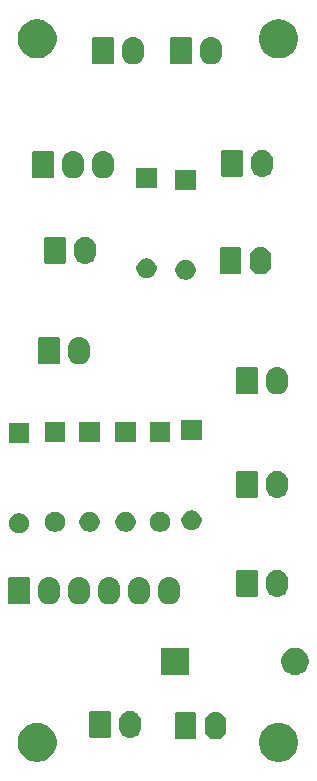
<source format=gbr>
G04 #@! TF.GenerationSoftware,KiCad,Pcbnew,(5.1.5-0-10_14)*
G04 #@! TF.CreationDate,2021-04-18T14:49:03+10:00*
G04 #@! TF.ProjectId,OH - Right Console - 12 -  Canopy Switch Breakers,4f48202d-2052-4696-9768-7420436f6e73,rev?*
G04 #@! TF.SameCoordinates,Original*
G04 #@! TF.FileFunction,Soldermask,Bot*
G04 #@! TF.FilePolarity,Negative*
%FSLAX46Y46*%
G04 Gerber Fmt 4.6, Leading zero omitted, Abs format (unit mm)*
G04 Created by KiCad (PCBNEW (5.1.5-0-10_14)) date 2021-04-18 14:49:03*
%MOMM*%
%LPD*%
G04 APERTURE LIST*
%ADD10C,0.100000*%
G04 APERTURE END LIST*
D10*
G36*
X111373256Y-150156298D02*
G01*
X111479579Y-150177447D01*
X111780042Y-150301903D01*
X112050451Y-150482585D01*
X112280415Y-150712549D01*
X112280416Y-150712551D01*
X112461098Y-150982960D01*
X112462008Y-150985157D01*
X112585553Y-151283421D01*
X112649000Y-151602391D01*
X112649000Y-151927609D01*
X112585553Y-152246579D01*
X112461097Y-152547042D01*
X112280415Y-152817451D01*
X112050451Y-153047415D01*
X111780042Y-153228097D01*
X111479579Y-153352553D01*
X111373256Y-153373702D01*
X111160611Y-153416000D01*
X110835389Y-153416000D01*
X110622744Y-153373702D01*
X110516421Y-153352553D01*
X110215958Y-153228097D01*
X109945549Y-153047415D01*
X109715585Y-152817451D01*
X109534903Y-152547042D01*
X109410447Y-152246579D01*
X109347000Y-151927609D01*
X109347000Y-151602391D01*
X109410447Y-151283421D01*
X109533992Y-150985157D01*
X109534902Y-150982960D01*
X109715584Y-150712551D01*
X109715585Y-150712549D01*
X109945549Y-150482585D01*
X110215958Y-150301903D01*
X110516421Y-150177447D01*
X110622744Y-150156298D01*
X110835389Y-150114000D01*
X111160611Y-150114000D01*
X111373256Y-150156298D01*
G37*
G36*
X90926256Y-150156298D02*
G01*
X91032579Y-150177447D01*
X91333042Y-150301903D01*
X91603451Y-150482585D01*
X91833415Y-150712549D01*
X91833416Y-150712551D01*
X92014098Y-150982960D01*
X92015008Y-150985157D01*
X92138553Y-151283421D01*
X92202000Y-151602391D01*
X92202000Y-151927609D01*
X92138553Y-152246579D01*
X92014097Y-152547042D01*
X91833415Y-152817451D01*
X91603451Y-153047415D01*
X91333042Y-153228097D01*
X91032579Y-153352553D01*
X90926256Y-153373702D01*
X90713611Y-153416000D01*
X90388389Y-153416000D01*
X90175744Y-153373702D01*
X90069421Y-153352553D01*
X89768958Y-153228097D01*
X89498549Y-153047415D01*
X89268585Y-152817451D01*
X89087903Y-152547042D01*
X88963447Y-152246579D01*
X88900000Y-151927609D01*
X88900000Y-151602391D01*
X88963447Y-151283421D01*
X89086992Y-150985157D01*
X89087902Y-150982960D01*
X89268584Y-150712551D01*
X89268585Y-150712549D01*
X89498549Y-150482585D01*
X89768958Y-150301903D01*
X90069421Y-150177447D01*
X90175744Y-150156298D01*
X90388389Y-150114000D01*
X90713611Y-150114000D01*
X90926256Y-150156298D01*
G37*
G36*
X105844547Y-149230326D02*
G01*
X106018156Y-149282990D01*
X106018158Y-149282991D01*
X106178155Y-149368511D01*
X106318397Y-149483603D01*
X106397729Y-149580271D01*
X106433489Y-149623844D01*
X106519010Y-149783843D01*
X106571674Y-149957452D01*
X106585000Y-150092756D01*
X106585000Y-150643243D01*
X106571674Y-150778548D01*
X106519010Y-150952157D01*
X106433489Y-151112156D01*
X106397729Y-151155729D01*
X106318397Y-151252397D01*
X106242741Y-151314485D01*
X106178156Y-151367489D01*
X106018157Y-151453010D01*
X105844548Y-151505674D01*
X105664000Y-151523456D01*
X105483453Y-151505674D01*
X105309844Y-151453010D01*
X105149845Y-151367489D01*
X105085260Y-151314485D01*
X105009604Y-151252397D01*
X104894513Y-151112157D01*
X104894512Y-151112155D01*
X104808990Y-150952157D01*
X104756326Y-150778548D01*
X104743818Y-150651546D01*
X104743000Y-150643245D01*
X104743000Y-150092756D01*
X104755508Y-149965756D01*
X104756326Y-149957453D01*
X104808990Y-149783844D01*
X104894511Y-149623845D01*
X104894512Y-149623844D01*
X105009603Y-149483603D01*
X105135388Y-149380375D01*
X105149844Y-149368511D01*
X105309843Y-149282990D01*
X105483452Y-149230326D01*
X105664000Y-149212544D01*
X105844547Y-149230326D01*
G37*
G36*
X103903561Y-149220966D02*
G01*
X103936383Y-149230923D01*
X103966632Y-149247092D01*
X103993148Y-149268852D01*
X104014908Y-149295368D01*
X104031077Y-149325617D01*
X104041034Y-149358439D01*
X104045000Y-149398713D01*
X104045000Y-151337287D01*
X104041034Y-151377561D01*
X104031077Y-151410383D01*
X104014908Y-151440632D01*
X103993148Y-151467148D01*
X103966632Y-151488908D01*
X103936383Y-151505077D01*
X103903561Y-151515034D01*
X103863287Y-151519000D01*
X102384713Y-151519000D01*
X102344439Y-151515034D01*
X102311617Y-151505077D01*
X102281368Y-151488908D01*
X102254852Y-151467148D01*
X102233092Y-151440632D01*
X102216923Y-151410383D01*
X102206966Y-151377561D01*
X102203000Y-151337287D01*
X102203000Y-149398713D01*
X102206966Y-149358439D01*
X102216923Y-149325617D01*
X102233092Y-149295368D01*
X102254852Y-149268852D01*
X102281368Y-149247092D01*
X102311617Y-149230923D01*
X102344439Y-149220966D01*
X102384713Y-149217000D01*
X103863287Y-149217000D01*
X103903561Y-149220966D01*
G37*
G36*
X98605547Y-149103326D02*
G01*
X98779156Y-149155990D01*
X98779158Y-149155991D01*
X98939155Y-149241511D01*
X99079397Y-149356603D01*
X99139650Y-149430023D01*
X99194489Y-149496844D01*
X99280010Y-149656843D01*
X99332674Y-149830452D01*
X99332674Y-149830454D01*
X99345183Y-149957455D01*
X99346000Y-149965756D01*
X99346000Y-150516243D01*
X99332674Y-150651548D01*
X99280010Y-150825157D01*
X99194489Y-150985156D01*
X99158729Y-151028729D01*
X99079397Y-151125397D01*
X98982729Y-151204729D01*
X98939156Y-151240489D01*
X98779157Y-151326010D01*
X98605548Y-151378674D01*
X98425000Y-151396456D01*
X98244453Y-151378674D01*
X98070844Y-151326010D01*
X97910845Y-151240489D01*
X97867272Y-151204729D01*
X97770604Y-151125397D01*
X97655513Y-150985157D01*
X97655512Y-150985155D01*
X97569990Y-150825157D01*
X97517326Y-150651548D01*
X97504000Y-150516244D01*
X97504000Y-149965757D01*
X97517326Y-149830453D01*
X97569990Y-149656844D01*
X97655511Y-149496845D01*
X97655512Y-149496844D01*
X97770603Y-149356603D01*
X97877529Y-149268852D01*
X97910844Y-149241511D01*
X98070843Y-149155990D01*
X98244452Y-149103326D01*
X98425000Y-149085544D01*
X98605547Y-149103326D01*
G37*
G36*
X96664561Y-149093966D02*
G01*
X96697383Y-149103923D01*
X96727632Y-149120092D01*
X96754148Y-149141852D01*
X96775908Y-149168368D01*
X96792077Y-149198617D01*
X96802034Y-149231439D01*
X96806000Y-149271713D01*
X96806000Y-151210287D01*
X96802034Y-151250561D01*
X96792077Y-151283383D01*
X96775908Y-151313632D01*
X96754148Y-151340148D01*
X96727632Y-151361908D01*
X96697383Y-151378077D01*
X96664561Y-151388034D01*
X96624287Y-151392000D01*
X95145713Y-151392000D01*
X95105439Y-151388034D01*
X95072617Y-151378077D01*
X95042368Y-151361908D01*
X95015852Y-151340148D01*
X94994092Y-151313632D01*
X94977923Y-151283383D01*
X94967966Y-151250561D01*
X94964000Y-151210287D01*
X94964000Y-149271713D01*
X94967966Y-149231439D01*
X94977923Y-149198617D01*
X94994092Y-149168368D01*
X95015852Y-149141852D01*
X95042368Y-149120092D01*
X95072617Y-149103923D01*
X95105439Y-149093966D01*
X95145713Y-149090000D01*
X96624287Y-149090000D01*
X96664561Y-149093966D01*
G37*
G36*
X112619549Y-143778116D02*
G01*
X112730734Y-143800232D01*
X112940203Y-143886997D01*
X113128720Y-144012960D01*
X113289040Y-144173280D01*
X113415003Y-144361797D01*
X113501768Y-144571266D01*
X113546000Y-144793636D01*
X113546000Y-145020364D01*
X113501768Y-145242734D01*
X113415003Y-145452203D01*
X113289040Y-145640720D01*
X113128720Y-145801040D01*
X112940203Y-145927003D01*
X112730734Y-146013768D01*
X112619549Y-146035884D01*
X112508365Y-146058000D01*
X112281635Y-146058000D01*
X112170451Y-146035884D01*
X112059266Y-146013768D01*
X111849797Y-145927003D01*
X111661280Y-145801040D01*
X111500960Y-145640720D01*
X111374997Y-145452203D01*
X111288232Y-145242734D01*
X111244000Y-145020364D01*
X111244000Y-144793636D01*
X111288232Y-144571266D01*
X111374997Y-144361797D01*
X111500960Y-144173280D01*
X111661280Y-144012960D01*
X111849797Y-143886997D01*
X112059266Y-143800232D01*
X112170451Y-143778116D01*
X112281635Y-143756000D01*
X112508365Y-143756000D01*
X112619549Y-143778116D01*
G37*
G36*
X103386000Y-146058000D02*
G01*
X101084000Y-146058000D01*
X101084000Y-143756000D01*
X103386000Y-143756000D01*
X103386000Y-146058000D01*
G37*
G36*
X91747547Y-137800326D02*
G01*
X91921156Y-137852990D01*
X91921158Y-137852991D01*
X92081155Y-137938511D01*
X92221397Y-138053603D01*
X92300729Y-138150271D01*
X92336489Y-138193844D01*
X92422010Y-138353843D01*
X92474674Y-138527452D01*
X92488000Y-138662756D01*
X92488000Y-139213243D01*
X92474674Y-139348548D01*
X92422010Y-139522157D01*
X92336489Y-139682156D01*
X92300729Y-139725729D01*
X92221397Y-139822397D01*
X92124729Y-139901729D01*
X92081156Y-139937489D01*
X91921157Y-140023010D01*
X91747548Y-140075674D01*
X91567000Y-140093456D01*
X91386453Y-140075674D01*
X91212844Y-140023010D01*
X91052845Y-139937489D01*
X91009272Y-139901729D01*
X90912604Y-139822397D01*
X90797513Y-139682157D01*
X90797512Y-139682155D01*
X90711990Y-139522157D01*
X90659326Y-139348548D01*
X90646000Y-139213244D01*
X90646000Y-138662757D01*
X90659326Y-138527453D01*
X90711990Y-138353844D01*
X90797511Y-138193845D01*
X90797512Y-138193844D01*
X90912603Y-138053603D01*
X91038388Y-137950375D01*
X91052844Y-137938511D01*
X91212843Y-137852990D01*
X91386452Y-137800326D01*
X91567000Y-137782544D01*
X91747547Y-137800326D01*
G37*
G36*
X94287547Y-137800326D02*
G01*
X94461156Y-137852990D01*
X94461158Y-137852991D01*
X94621155Y-137938511D01*
X94761397Y-138053603D01*
X94840729Y-138150271D01*
X94876489Y-138193844D01*
X94962010Y-138353843D01*
X95014674Y-138527452D01*
X95028000Y-138662756D01*
X95028000Y-139213243D01*
X95014674Y-139348548D01*
X94962010Y-139522157D01*
X94876489Y-139682156D01*
X94840729Y-139725729D01*
X94761397Y-139822397D01*
X94664729Y-139901729D01*
X94621156Y-139937489D01*
X94461157Y-140023010D01*
X94287548Y-140075674D01*
X94107000Y-140093456D01*
X93926453Y-140075674D01*
X93752844Y-140023010D01*
X93592845Y-139937489D01*
X93549272Y-139901729D01*
X93452604Y-139822397D01*
X93337513Y-139682157D01*
X93337512Y-139682155D01*
X93251990Y-139522157D01*
X93199326Y-139348548D01*
X93186000Y-139213244D01*
X93186000Y-138662757D01*
X93199326Y-138527453D01*
X93251990Y-138353844D01*
X93337511Y-138193845D01*
X93337512Y-138193844D01*
X93452603Y-138053603D01*
X93578388Y-137950375D01*
X93592844Y-137938511D01*
X93752843Y-137852990D01*
X93926452Y-137800326D01*
X94107000Y-137782544D01*
X94287547Y-137800326D01*
G37*
G36*
X96827547Y-137800326D02*
G01*
X97001156Y-137852990D01*
X97001158Y-137852991D01*
X97161155Y-137938511D01*
X97301397Y-138053603D01*
X97380729Y-138150271D01*
X97416489Y-138193844D01*
X97502010Y-138353843D01*
X97554674Y-138527452D01*
X97568000Y-138662756D01*
X97568000Y-139213243D01*
X97554674Y-139348548D01*
X97502010Y-139522157D01*
X97416489Y-139682156D01*
X97380729Y-139725729D01*
X97301397Y-139822397D01*
X97204729Y-139901729D01*
X97161156Y-139937489D01*
X97001157Y-140023010D01*
X96827548Y-140075674D01*
X96647000Y-140093456D01*
X96466453Y-140075674D01*
X96292844Y-140023010D01*
X96132845Y-139937489D01*
X96089272Y-139901729D01*
X95992604Y-139822397D01*
X95877513Y-139682157D01*
X95877512Y-139682155D01*
X95791990Y-139522157D01*
X95739326Y-139348548D01*
X95726000Y-139213244D01*
X95726000Y-138662757D01*
X95739326Y-138527453D01*
X95791990Y-138353844D01*
X95877511Y-138193845D01*
X95877512Y-138193844D01*
X95992603Y-138053603D01*
X96118388Y-137950375D01*
X96132844Y-137938511D01*
X96292843Y-137852990D01*
X96466452Y-137800326D01*
X96647000Y-137782544D01*
X96827547Y-137800326D01*
G37*
G36*
X99367547Y-137800326D02*
G01*
X99541156Y-137852990D01*
X99541158Y-137852991D01*
X99701155Y-137938511D01*
X99841397Y-138053603D01*
X99920729Y-138150271D01*
X99956489Y-138193844D01*
X100042010Y-138353843D01*
X100094674Y-138527452D01*
X100108000Y-138662756D01*
X100108000Y-139213243D01*
X100094674Y-139348548D01*
X100042010Y-139522157D01*
X99956489Y-139682156D01*
X99920729Y-139725729D01*
X99841397Y-139822397D01*
X99744729Y-139901729D01*
X99701156Y-139937489D01*
X99541157Y-140023010D01*
X99367548Y-140075674D01*
X99187000Y-140093456D01*
X99006453Y-140075674D01*
X98832844Y-140023010D01*
X98672845Y-139937489D01*
X98629272Y-139901729D01*
X98532604Y-139822397D01*
X98417513Y-139682157D01*
X98417512Y-139682155D01*
X98331990Y-139522157D01*
X98279326Y-139348548D01*
X98266000Y-139213244D01*
X98266000Y-138662757D01*
X98279326Y-138527453D01*
X98331990Y-138353844D01*
X98417511Y-138193845D01*
X98417512Y-138193844D01*
X98532603Y-138053603D01*
X98658388Y-137950375D01*
X98672844Y-137938511D01*
X98832843Y-137852990D01*
X99006452Y-137800326D01*
X99187000Y-137782544D01*
X99367547Y-137800326D01*
G37*
G36*
X101907547Y-137800326D02*
G01*
X102081156Y-137852990D01*
X102081158Y-137852991D01*
X102241155Y-137938511D01*
X102381397Y-138053603D01*
X102460729Y-138150271D01*
X102496489Y-138193844D01*
X102582010Y-138353843D01*
X102634674Y-138527452D01*
X102648000Y-138662756D01*
X102648000Y-139213243D01*
X102634674Y-139348548D01*
X102582010Y-139522157D01*
X102496489Y-139682156D01*
X102460729Y-139725729D01*
X102381397Y-139822397D01*
X102284729Y-139901729D01*
X102241156Y-139937489D01*
X102081157Y-140023010D01*
X101907548Y-140075674D01*
X101727000Y-140093456D01*
X101546453Y-140075674D01*
X101372844Y-140023010D01*
X101212845Y-139937489D01*
X101169272Y-139901729D01*
X101072604Y-139822397D01*
X100957513Y-139682157D01*
X100957512Y-139682155D01*
X100871990Y-139522157D01*
X100819326Y-139348548D01*
X100806000Y-139213244D01*
X100806000Y-138662757D01*
X100819326Y-138527453D01*
X100871990Y-138353844D01*
X100957511Y-138193845D01*
X100957512Y-138193844D01*
X101072603Y-138053603D01*
X101198388Y-137950375D01*
X101212844Y-137938511D01*
X101372843Y-137852990D01*
X101546452Y-137800326D01*
X101727000Y-137782544D01*
X101907547Y-137800326D01*
G37*
G36*
X89806561Y-137790966D02*
G01*
X89839383Y-137800923D01*
X89869632Y-137817092D01*
X89896148Y-137838852D01*
X89917908Y-137865368D01*
X89934077Y-137895617D01*
X89944034Y-137928439D01*
X89948000Y-137968713D01*
X89948000Y-139907287D01*
X89944034Y-139947561D01*
X89934077Y-139980383D01*
X89917908Y-140010632D01*
X89896148Y-140037148D01*
X89869632Y-140058908D01*
X89839383Y-140075077D01*
X89806561Y-140085034D01*
X89766287Y-140089000D01*
X88287713Y-140089000D01*
X88247439Y-140085034D01*
X88214617Y-140075077D01*
X88184368Y-140058908D01*
X88157852Y-140037148D01*
X88136092Y-140010632D01*
X88119923Y-139980383D01*
X88109966Y-139947561D01*
X88106000Y-139907287D01*
X88106000Y-137968713D01*
X88109966Y-137928439D01*
X88119923Y-137895617D01*
X88136092Y-137865368D01*
X88157852Y-137838852D01*
X88184368Y-137817092D01*
X88214617Y-137800923D01*
X88247439Y-137790966D01*
X88287713Y-137787000D01*
X89766287Y-137787000D01*
X89806561Y-137790966D01*
G37*
G36*
X111051547Y-137165326D02*
G01*
X111225156Y-137217990D01*
X111225158Y-137217991D01*
X111385155Y-137303511D01*
X111525397Y-137418603D01*
X111604729Y-137515271D01*
X111640489Y-137558844D01*
X111726010Y-137718843D01*
X111778674Y-137892452D01*
X111792000Y-138027756D01*
X111792000Y-138578243D01*
X111778674Y-138713548D01*
X111726010Y-138887157D01*
X111640489Y-139047156D01*
X111604729Y-139090729D01*
X111525397Y-139187397D01*
X111428729Y-139266729D01*
X111385156Y-139302489D01*
X111225157Y-139388010D01*
X111051548Y-139440674D01*
X110871000Y-139458456D01*
X110690453Y-139440674D01*
X110516844Y-139388010D01*
X110356845Y-139302489D01*
X110313272Y-139266729D01*
X110216604Y-139187397D01*
X110101513Y-139047157D01*
X110101512Y-139047155D01*
X110015990Y-138887157D01*
X109963326Y-138713548D01*
X109950000Y-138578244D01*
X109950000Y-138027757D01*
X109952732Y-138000023D01*
X109962128Y-137904620D01*
X109963326Y-137892453D01*
X110015990Y-137718844D01*
X110101511Y-137558845D01*
X110101512Y-137558844D01*
X110216603Y-137418603D01*
X110342388Y-137315375D01*
X110356844Y-137303511D01*
X110516843Y-137217990D01*
X110690452Y-137165326D01*
X110871000Y-137147544D01*
X111051547Y-137165326D01*
G37*
G36*
X109110561Y-137155966D02*
G01*
X109143383Y-137165923D01*
X109173632Y-137182092D01*
X109200148Y-137203852D01*
X109221908Y-137230368D01*
X109238077Y-137260617D01*
X109248034Y-137293439D01*
X109252000Y-137333713D01*
X109252000Y-139272287D01*
X109248034Y-139312561D01*
X109238077Y-139345383D01*
X109221908Y-139375632D01*
X109200148Y-139402148D01*
X109173632Y-139423908D01*
X109143383Y-139440077D01*
X109110561Y-139450034D01*
X109070287Y-139454000D01*
X107591713Y-139454000D01*
X107551439Y-139450034D01*
X107518617Y-139440077D01*
X107488368Y-139423908D01*
X107461852Y-139402148D01*
X107440092Y-139375632D01*
X107423923Y-139345383D01*
X107413966Y-139312561D01*
X107410000Y-139272287D01*
X107410000Y-137333713D01*
X107413966Y-137293439D01*
X107423923Y-137260617D01*
X107440092Y-137230368D01*
X107461852Y-137203852D01*
X107488368Y-137182092D01*
X107518617Y-137165923D01*
X107551439Y-137155966D01*
X107591713Y-137152000D01*
X109070287Y-137152000D01*
X109110561Y-137155966D01*
G37*
G36*
X89275228Y-132404703D02*
G01*
X89430100Y-132468853D01*
X89569481Y-132561985D01*
X89688015Y-132680519D01*
X89781147Y-132819900D01*
X89845297Y-132974772D01*
X89878000Y-133139184D01*
X89878000Y-133306816D01*
X89845297Y-133471228D01*
X89781147Y-133626100D01*
X89688015Y-133765481D01*
X89569481Y-133884015D01*
X89430100Y-133977147D01*
X89275228Y-134041297D01*
X89110816Y-134074000D01*
X88943184Y-134074000D01*
X88778772Y-134041297D01*
X88623900Y-133977147D01*
X88484519Y-133884015D01*
X88365985Y-133765481D01*
X88272853Y-133626100D01*
X88208703Y-133471228D01*
X88176000Y-133306816D01*
X88176000Y-133139184D01*
X88208703Y-132974772D01*
X88272853Y-132819900D01*
X88365985Y-132680519D01*
X88484519Y-132561985D01*
X88623900Y-132468853D01*
X88778772Y-132404703D01*
X88943184Y-132372000D01*
X89110816Y-132372000D01*
X89275228Y-132404703D01*
G37*
G36*
X95244228Y-132277703D02*
G01*
X95399100Y-132341853D01*
X95538481Y-132434985D01*
X95657015Y-132553519D01*
X95750147Y-132692900D01*
X95814297Y-132847772D01*
X95847000Y-133012184D01*
X95847000Y-133179816D01*
X95814297Y-133344228D01*
X95750147Y-133499100D01*
X95657015Y-133638481D01*
X95538481Y-133757015D01*
X95399100Y-133850147D01*
X95244228Y-133914297D01*
X95079816Y-133947000D01*
X94912184Y-133947000D01*
X94747772Y-133914297D01*
X94592900Y-133850147D01*
X94453519Y-133757015D01*
X94334985Y-133638481D01*
X94241853Y-133499100D01*
X94177703Y-133344228D01*
X94145000Y-133179816D01*
X94145000Y-133012184D01*
X94177703Y-132847772D01*
X94241853Y-132692900D01*
X94334985Y-132553519D01*
X94453519Y-132434985D01*
X94592900Y-132341853D01*
X94747772Y-132277703D01*
X94912184Y-132245000D01*
X95079816Y-132245000D01*
X95244228Y-132277703D01*
G37*
G36*
X101213228Y-132277703D02*
G01*
X101368100Y-132341853D01*
X101507481Y-132434985D01*
X101626015Y-132553519D01*
X101719147Y-132692900D01*
X101783297Y-132847772D01*
X101816000Y-133012184D01*
X101816000Y-133179816D01*
X101783297Y-133344228D01*
X101719147Y-133499100D01*
X101626015Y-133638481D01*
X101507481Y-133757015D01*
X101368100Y-133850147D01*
X101213228Y-133914297D01*
X101048816Y-133947000D01*
X100881184Y-133947000D01*
X100716772Y-133914297D01*
X100561900Y-133850147D01*
X100422519Y-133757015D01*
X100303985Y-133638481D01*
X100210853Y-133499100D01*
X100146703Y-133344228D01*
X100114000Y-133179816D01*
X100114000Y-133012184D01*
X100146703Y-132847772D01*
X100210853Y-132692900D01*
X100303985Y-132553519D01*
X100422519Y-132434985D01*
X100561900Y-132341853D01*
X100716772Y-132277703D01*
X100881184Y-132245000D01*
X101048816Y-132245000D01*
X101213228Y-132277703D01*
G37*
G36*
X98292228Y-132277703D02*
G01*
X98447100Y-132341853D01*
X98586481Y-132434985D01*
X98705015Y-132553519D01*
X98798147Y-132692900D01*
X98862297Y-132847772D01*
X98895000Y-133012184D01*
X98895000Y-133179816D01*
X98862297Y-133344228D01*
X98798147Y-133499100D01*
X98705015Y-133638481D01*
X98586481Y-133757015D01*
X98447100Y-133850147D01*
X98292228Y-133914297D01*
X98127816Y-133947000D01*
X97960184Y-133947000D01*
X97795772Y-133914297D01*
X97640900Y-133850147D01*
X97501519Y-133757015D01*
X97382985Y-133638481D01*
X97289853Y-133499100D01*
X97225703Y-133344228D01*
X97193000Y-133179816D01*
X97193000Y-133012184D01*
X97225703Y-132847772D01*
X97289853Y-132692900D01*
X97382985Y-132553519D01*
X97501519Y-132434985D01*
X97640900Y-132341853D01*
X97795772Y-132277703D01*
X97960184Y-132245000D01*
X98127816Y-132245000D01*
X98292228Y-132277703D01*
G37*
G36*
X92323228Y-132277703D02*
G01*
X92478100Y-132341853D01*
X92617481Y-132434985D01*
X92736015Y-132553519D01*
X92829147Y-132692900D01*
X92893297Y-132847772D01*
X92926000Y-133012184D01*
X92926000Y-133179816D01*
X92893297Y-133344228D01*
X92829147Y-133499100D01*
X92736015Y-133638481D01*
X92617481Y-133757015D01*
X92478100Y-133850147D01*
X92323228Y-133914297D01*
X92158816Y-133947000D01*
X91991184Y-133947000D01*
X91826772Y-133914297D01*
X91671900Y-133850147D01*
X91532519Y-133757015D01*
X91413985Y-133638481D01*
X91320853Y-133499100D01*
X91256703Y-133344228D01*
X91224000Y-133179816D01*
X91224000Y-133012184D01*
X91256703Y-132847772D01*
X91320853Y-132692900D01*
X91413985Y-132553519D01*
X91532519Y-132434985D01*
X91671900Y-132341853D01*
X91826772Y-132277703D01*
X91991184Y-132245000D01*
X92158816Y-132245000D01*
X92323228Y-132277703D01*
G37*
G36*
X103880228Y-132150703D02*
G01*
X104035100Y-132214853D01*
X104174481Y-132307985D01*
X104293015Y-132426519D01*
X104386147Y-132565900D01*
X104450297Y-132720772D01*
X104483000Y-132885184D01*
X104483000Y-133052816D01*
X104450297Y-133217228D01*
X104386147Y-133372100D01*
X104293015Y-133511481D01*
X104174481Y-133630015D01*
X104035100Y-133723147D01*
X103880228Y-133787297D01*
X103715816Y-133820000D01*
X103548184Y-133820000D01*
X103383772Y-133787297D01*
X103228900Y-133723147D01*
X103089519Y-133630015D01*
X102970985Y-133511481D01*
X102877853Y-133372100D01*
X102813703Y-133217228D01*
X102781000Y-133052816D01*
X102781000Y-132885184D01*
X102813703Y-132720772D01*
X102877853Y-132565900D01*
X102970985Y-132426519D01*
X103089519Y-132307985D01*
X103228900Y-132214853D01*
X103383772Y-132150703D01*
X103548184Y-132118000D01*
X103715816Y-132118000D01*
X103880228Y-132150703D01*
G37*
G36*
X111051547Y-128783326D02*
G01*
X111225156Y-128835990D01*
X111225158Y-128835991D01*
X111385155Y-128921511D01*
X111525397Y-129036603D01*
X111604729Y-129133271D01*
X111640489Y-129176844D01*
X111726010Y-129336843D01*
X111778674Y-129510452D01*
X111792000Y-129645756D01*
X111792000Y-130196243D01*
X111778674Y-130331548D01*
X111726010Y-130505157D01*
X111640489Y-130665156D01*
X111604729Y-130708729D01*
X111525397Y-130805397D01*
X111428729Y-130884729D01*
X111385156Y-130920489D01*
X111225157Y-131006010D01*
X111051548Y-131058674D01*
X110871000Y-131076456D01*
X110690453Y-131058674D01*
X110516844Y-131006010D01*
X110356845Y-130920489D01*
X110313272Y-130884729D01*
X110216604Y-130805397D01*
X110101513Y-130665157D01*
X110101512Y-130665155D01*
X110015990Y-130505157D01*
X109963326Y-130331548D01*
X109950000Y-130196244D01*
X109950000Y-129645757D01*
X109963326Y-129510453D01*
X110015990Y-129336844D01*
X110101511Y-129176845D01*
X110101512Y-129176844D01*
X110216603Y-129036603D01*
X110342388Y-128933375D01*
X110356844Y-128921511D01*
X110516843Y-128835990D01*
X110690452Y-128783326D01*
X110871000Y-128765544D01*
X111051547Y-128783326D01*
G37*
G36*
X109110561Y-128773966D02*
G01*
X109143383Y-128783923D01*
X109173632Y-128800092D01*
X109200148Y-128821852D01*
X109221908Y-128848368D01*
X109238077Y-128878617D01*
X109248034Y-128911439D01*
X109252000Y-128951713D01*
X109252000Y-130890287D01*
X109248034Y-130930561D01*
X109238077Y-130963383D01*
X109221908Y-130993632D01*
X109200148Y-131020148D01*
X109173632Y-131041908D01*
X109143383Y-131058077D01*
X109110561Y-131068034D01*
X109070287Y-131072000D01*
X107591713Y-131072000D01*
X107551439Y-131068034D01*
X107518617Y-131058077D01*
X107488368Y-131041908D01*
X107461852Y-131020148D01*
X107440092Y-130993632D01*
X107423923Y-130963383D01*
X107413966Y-130930561D01*
X107410000Y-130890287D01*
X107410000Y-128951713D01*
X107413966Y-128911439D01*
X107423923Y-128878617D01*
X107440092Y-128848368D01*
X107461852Y-128821852D01*
X107488368Y-128800092D01*
X107518617Y-128783923D01*
X107551439Y-128773966D01*
X107591713Y-128770000D01*
X109070287Y-128770000D01*
X109110561Y-128773966D01*
G37*
G36*
X89878000Y-126454000D02*
G01*
X88176000Y-126454000D01*
X88176000Y-124752000D01*
X89878000Y-124752000D01*
X89878000Y-126454000D01*
G37*
G36*
X101816000Y-126327000D02*
G01*
X100114000Y-126327000D01*
X100114000Y-124625000D01*
X101816000Y-124625000D01*
X101816000Y-126327000D01*
G37*
G36*
X98895000Y-126327000D02*
G01*
X97193000Y-126327000D01*
X97193000Y-124625000D01*
X98895000Y-124625000D01*
X98895000Y-126327000D01*
G37*
G36*
X92926000Y-126327000D02*
G01*
X91224000Y-126327000D01*
X91224000Y-124625000D01*
X92926000Y-124625000D01*
X92926000Y-126327000D01*
G37*
G36*
X95847000Y-126327000D02*
G01*
X94145000Y-126327000D01*
X94145000Y-124625000D01*
X95847000Y-124625000D01*
X95847000Y-126327000D01*
G37*
G36*
X104483000Y-126200000D02*
G01*
X102781000Y-126200000D01*
X102781000Y-124498000D01*
X104483000Y-124498000D01*
X104483000Y-126200000D01*
G37*
G36*
X111051547Y-120020326D02*
G01*
X111225156Y-120072990D01*
X111225158Y-120072991D01*
X111385155Y-120158511D01*
X111525397Y-120273603D01*
X111604729Y-120370271D01*
X111640489Y-120413844D01*
X111726010Y-120573843D01*
X111778674Y-120747452D01*
X111792000Y-120882756D01*
X111792000Y-121433243D01*
X111778674Y-121568548D01*
X111726010Y-121742157D01*
X111640489Y-121902156D01*
X111604729Y-121945729D01*
X111525397Y-122042397D01*
X111428729Y-122121729D01*
X111385156Y-122157489D01*
X111225157Y-122243010D01*
X111051548Y-122295674D01*
X110871000Y-122313456D01*
X110690453Y-122295674D01*
X110516844Y-122243010D01*
X110356845Y-122157489D01*
X110313272Y-122121729D01*
X110216604Y-122042397D01*
X110101513Y-121902157D01*
X110101512Y-121902155D01*
X110015990Y-121742157D01*
X109963326Y-121568548D01*
X109950000Y-121433244D01*
X109950000Y-120882757D01*
X109963326Y-120747453D01*
X110015990Y-120573844D01*
X110101511Y-120413845D01*
X110101512Y-120413844D01*
X110216603Y-120273603D01*
X110342388Y-120170375D01*
X110356844Y-120158511D01*
X110516843Y-120072990D01*
X110690452Y-120020326D01*
X110871000Y-120002544D01*
X111051547Y-120020326D01*
G37*
G36*
X109110561Y-120010966D02*
G01*
X109143383Y-120020923D01*
X109173632Y-120037092D01*
X109200148Y-120058852D01*
X109221908Y-120085368D01*
X109238077Y-120115617D01*
X109248034Y-120148439D01*
X109252000Y-120188713D01*
X109252000Y-122127287D01*
X109248034Y-122167561D01*
X109238077Y-122200383D01*
X109221908Y-122230632D01*
X109200148Y-122257148D01*
X109173632Y-122278908D01*
X109143383Y-122295077D01*
X109110561Y-122305034D01*
X109070287Y-122309000D01*
X107591713Y-122309000D01*
X107551439Y-122305034D01*
X107518617Y-122295077D01*
X107488368Y-122278908D01*
X107461852Y-122257148D01*
X107440092Y-122230632D01*
X107423923Y-122200383D01*
X107413966Y-122167561D01*
X107410000Y-122127287D01*
X107410000Y-120188713D01*
X107413966Y-120148439D01*
X107423923Y-120115617D01*
X107440092Y-120085368D01*
X107461852Y-120058852D01*
X107488368Y-120037092D01*
X107518617Y-120020923D01*
X107551439Y-120010966D01*
X107591713Y-120007000D01*
X109070287Y-120007000D01*
X109110561Y-120010966D01*
G37*
G36*
X94287547Y-117480326D02*
G01*
X94461156Y-117532990D01*
X94461158Y-117532991D01*
X94621155Y-117618511D01*
X94761397Y-117733603D01*
X94840729Y-117830271D01*
X94876489Y-117873844D01*
X94962010Y-118033843D01*
X95014674Y-118207452D01*
X95028000Y-118342756D01*
X95028000Y-118893243D01*
X95014674Y-119028548D01*
X94962010Y-119202157D01*
X94876489Y-119362156D01*
X94840729Y-119405729D01*
X94761397Y-119502397D01*
X94664729Y-119581729D01*
X94621156Y-119617489D01*
X94461157Y-119703010D01*
X94287548Y-119755674D01*
X94107000Y-119773456D01*
X93926453Y-119755674D01*
X93752844Y-119703010D01*
X93592845Y-119617489D01*
X93549272Y-119581729D01*
X93452604Y-119502397D01*
X93337513Y-119362157D01*
X93337512Y-119362155D01*
X93251990Y-119202157D01*
X93199326Y-119028548D01*
X93186000Y-118893244D01*
X93186000Y-118342757D01*
X93199326Y-118207453D01*
X93251990Y-118033844D01*
X93337511Y-117873845D01*
X93337512Y-117873844D01*
X93452603Y-117733603D01*
X93578388Y-117630375D01*
X93592844Y-117618511D01*
X93752843Y-117532990D01*
X93926452Y-117480326D01*
X94107000Y-117462544D01*
X94287547Y-117480326D01*
G37*
G36*
X92346561Y-117470966D02*
G01*
X92379383Y-117480923D01*
X92409632Y-117497092D01*
X92436148Y-117518852D01*
X92457908Y-117545368D01*
X92474077Y-117575617D01*
X92484034Y-117608439D01*
X92488000Y-117648713D01*
X92488000Y-119587287D01*
X92484034Y-119627561D01*
X92474077Y-119660383D01*
X92457908Y-119690632D01*
X92436148Y-119717148D01*
X92409632Y-119738908D01*
X92379383Y-119755077D01*
X92346561Y-119765034D01*
X92306287Y-119769000D01*
X90827713Y-119769000D01*
X90787439Y-119765034D01*
X90754617Y-119755077D01*
X90724368Y-119738908D01*
X90697852Y-119717148D01*
X90676092Y-119690632D01*
X90659923Y-119660383D01*
X90649966Y-119627561D01*
X90646000Y-119587287D01*
X90646000Y-117648713D01*
X90649966Y-117608439D01*
X90659923Y-117575617D01*
X90676092Y-117545368D01*
X90697852Y-117518852D01*
X90724368Y-117497092D01*
X90754617Y-117480923D01*
X90787439Y-117470966D01*
X90827713Y-117467000D01*
X92306287Y-117467000D01*
X92346561Y-117470966D01*
G37*
G36*
X103372228Y-110941703D02*
G01*
X103527100Y-111005853D01*
X103666481Y-111098985D01*
X103785015Y-111217519D01*
X103878147Y-111356900D01*
X103942297Y-111511772D01*
X103975000Y-111676184D01*
X103975000Y-111843816D01*
X103942297Y-112008228D01*
X103878147Y-112163100D01*
X103785015Y-112302481D01*
X103666481Y-112421015D01*
X103527100Y-112514147D01*
X103372228Y-112578297D01*
X103207816Y-112611000D01*
X103040184Y-112611000D01*
X102875772Y-112578297D01*
X102720900Y-112514147D01*
X102581519Y-112421015D01*
X102462985Y-112302481D01*
X102369853Y-112163100D01*
X102305703Y-112008228D01*
X102273000Y-111843816D01*
X102273000Y-111676184D01*
X102305703Y-111511772D01*
X102369853Y-111356900D01*
X102462985Y-111217519D01*
X102581519Y-111098985D01*
X102720900Y-111005853D01*
X102875772Y-110941703D01*
X103040184Y-110909000D01*
X103207816Y-110909000D01*
X103372228Y-110941703D01*
G37*
G36*
X100070228Y-110814703D02*
G01*
X100225100Y-110878853D01*
X100364481Y-110971985D01*
X100483015Y-111090519D01*
X100576147Y-111229900D01*
X100640297Y-111384772D01*
X100673000Y-111549184D01*
X100673000Y-111716816D01*
X100640297Y-111881228D01*
X100576147Y-112036100D01*
X100483015Y-112175481D01*
X100364481Y-112294015D01*
X100225100Y-112387147D01*
X100070228Y-112451297D01*
X99905816Y-112484000D01*
X99738184Y-112484000D01*
X99573772Y-112451297D01*
X99418900Y-112387147D01*
X99279519Y-112294015D01*
X99160985Y-112175481D01*
X99067853Y-112036100D01*
X99003703Y-111881228D01*
X98971000Y-111716816D01*
X98971000Y-111549184D01*
X99003703Y-111384772D01*
X99067853Y-111229900D01*
X99160985Y-111090519D01*
X99279519Y-110971985D01*
X99418900Y-110878853D01*
X99573772Y-110814703D01*
X99738184Y-110782000D01*
X99905816Y-110782000D01*
X100070228Y-110814703D01*
G37*
G36*
X109654547Y-109860326D02*
G01*
X109828156Y-109912990D01*
X109828158Y-109912991D01*
X109988155Y-109998511D01*
X110128397Y-110113603D01*
X110207729Y-110210271D01*
X110243489Y-110253844D01*
X110329010Y-110413843D01*
X110381674Y-110587452D01*
X110395000Y-110722756D01*
X110395000Y-111273243D01*
X110381674Y-111408548D01*
X110329010Y-111582157D01*
X110243489Y-111742156D01*
X110207729Y-111785729D01*
X110128397Y-111882397D01*
X110031729Y-111961729D01*
X109988156Y-111997489D01*
X109828157Y-112083010D01*
X109654548Y-112135674D01*
X109474000Y-112153456D01*
X109293453Y-112135674D01*
X109119844Y-112083010D01*
X108959845Y-111997489D01*
X108916272Y-111961729D01*
X108819604Y-111882397D01*
X108704513Y-111742157D01*
X108704512Y-111742155D01*
X108618990Y-111582157D01*
X108566326Y-111408548D01*
X108553000Y-111273244D01*
X108553000Y-110722757D01*
X108566326Y-110587453D01*
X108618990Y-110413844D01*
X108704511Y-110253845D01*
X108704512Y-110253844D01*
X108819603Y-110113603D01*
X108945388Y-110010375D01*
X108959844Y-109998511D01*
X109119843Y-109912990D01*
X109293452Y-109860326D01*
X109474000Y-109842544D01*
X109654547Y-109860326D01*
G37*
G36*
X107713561Y-109850966D02*
G01*
X107746383Y-109860923D01*
X107776632Y-109877092D01*
X107803148Y-109898852D01*
X107824908Y-109925368D01*
X107841077Y-109955617D01*
X107851034Y-109988439D01*
X107855000Y-110028713D01*
X107855000Y-111967287D01*
X107851034Y-112007561D01*
X107841077Y-112040383D01*
X107824908Y-112070632D01*
X107803148Y-112097148D01*
X107776632Y-112118908D01*
X107746383Y-112135077D01*
X107713561Y-112145034D01*
X107673287Y-112149000D01*
X106194713Y-112149000D01*
X106154439Y-112145034D01*
X106121617Y-112135077D01*
X106091368Y-112118908D01*
X106064852Y-112097148D01*
X106043092Y-112070632D01*
X106026923Y-112040383D01*
X106016966Y-112007561D01*
X106013000Y-111967287D01*
X106013000Y-110028713D01*
X106016966Y-109988439D01*
X106026923Y-109955617D01*
X106043092Y-109925368D01*
X106064852Y-109898852D01*
X106091368Y-109877092D01*
X106121617Y-109860923D01*
X106154439Y-109850966D01*
X106194713Y-109847000D01*
X107673287Y-109847000D01*
X107713561Y-109850966D01*
G37*
G36*
X94795547Y-108971326D02*
G01*
X94969156Y-109023990D01*
X94969158Y-109023991D01*
X95129155Y-109109511D01*
X95269397Y-109224603D01*
X95348729Y-109321271D01*
X95384489Y-109364844D01*
X95470010Y-109524843D01*
X95522674Y-109698452D01*
X95536000Y-109833756D01*
X95536000Y-110384243D01*
X95522674Y-110519548D01*
X95470010Y-110693157D01*
X95384489Y-110853156D01*
X95348729Y-110896729D01*
X95269397Y-110993397D01*
X95172729Y-111072729D01*
X95129156Y-111108489D01*
X94969157Y-111194010D01*
X94795548Y-111246674D01*
X94615000Y-111264456D01*
X94434453Y-111246674D01*
X94260844Y-111194010D01*
X94100845Y-111108489D01*
X94057272Y-111072729D01*
X93960604Y-110993397D01*
X93845513Y-110853157D01*
X93845512Y-110853155D01*
X93759990Y-110693157D01*
X93707326Y-110519548D01*
X93694000Y-110384244D01*
X93694000Y-109833757D01*
X93707326Y-109698453D01*
X93759990Y-109524844D01*
X93845511Y-109364845D01*
X93845512Y-109364844D01*
X93960603Y-109224603D01*
X94086388Y-109121375D01*
X94100844Y-109109511D01*
X94260843Y-109023990D01*
X94434452Y-108971326D01*
X94615000Y-108953544D01*
X94795547Y-108971326D01*
G37*
G36*
X92854561Y-108961966D02*
G01*
X92887383Y-108971923D01*
X92917632Y-108988092D01*
X92944148Y-109009852D01*
X92965908Y-109036368D01*
X92982077Y-109066617D01*
X92992034Y-109099439D01*
X92996000Y-109139713D01*
X92996000Y-111078287D01*
X92992034Y-111118561D01*
X92982077Y-111151383D01*
X92965908Y-111181632D01*
X92944148Y-111208148D01*
X92917632Y-111229908D01*
X92887383Y-111246077D01*
X92854561Y-111256034D01*
X92814287Y-111260000D01*
X91335713Y-111260000D01*
X91295439Y-111256034D01*
X91262617Y-111246077D01*
X91232368Y-111229908D01*
X91205852Y-111208148D01*
X91184092Y-111181632D01*
X91167923Y-111151383D01*
X91157966Y-111118561D01*
X91154000Y-111078287D01*
X91154000Y-109139713D01*
X91157966Y-109099439D01*
X91167923Y-109066617D01*
X91184092Y-109036368D01*
X91205852Y-109009852D01*
X91232368Y-108988092D01*
X91262617Y-108971923D01*
X91295439Y-108961966D01*
X91335713Y-108958000D01*
X92814287Y-108958000D01*
X92854561Y-108961966D01*
G37*
G36*
X103975000Y-104991000D02*
G01*
X102273000Y-104991000D01*
X102273000Y-103289000D01*
X103975000Y-103289000D01*
X103975000Y-104991000D01*
G37*
G36*
X100673000Y-104864000D02*
G01*
X98971000Y-104864000D01*
X98971000Y-103162000D01*
X100673000Y-103162000D01*
X100673000Y-104864000D01*
G37*
G36*
X96319547Y-101732326D02*
G01*
X96493156Y-101784990D01*
X96493158Y-101784991D01*
X96653155Y-101870511D01*
X96793397Y-101985603D01*
X96872729Y-102082271D01*
X96908489Y-102125844D01*
X96994010Y-102285843D01*
X97046674Y-102459452D01*
X97060000Y-102594756D01*
X97060000Y-103145243D01*
X97046674Y-103280548D01*
X96994010Y-103454157D01*
X96908489Y-103614156D01*
X96872729Y-103657729D01*
X96793397Y-103754397D01*
X96717741Y-103816485D01*
X96653156Y-103869489D01*
X96493157Y-103955010D01*
X96319548Y-104007674D01*
X96139000Y-104025456D01*
X95958453Y-104007674D01*
X95784844Y-103955010D01*
X95624845Y-103869489D01*
X95560260Y-103816485D01*
X95484604Y-103754397D01*
X95369513Y-103614157D01*
X95369512Y-103614155D01*
X95283990Y-103454157D01*
X95231326Y-103280548D01*
X95218818Y-103153546D01*
X95218000Y-103145245D01*
X95218000Y-102594756D01*
X95230508Y-102467756D01*
X95231326Y-102459453D01*
X95283990Y-102285844D01*
X95369511Y-102125845D01*
X95369512Y-102125844D01*
X95484603Y-101985603D01*
X95610388Y-101882375D01*
X95624844Y-101870511D01*
X95784843Y-101784990D01*
X95958452Y-101732326D01*
X96139000Y-101714544D01*
X96319547Y-101732326D01*
G37*
G36*
X93779547Y-101732326D02*
G01*
X93953156Y-101784990D01*
X93953158Y-101784991D01*
X94113155Y-101870511D01*
X94253397Y-101985603D01*
X94332729Y-102082271D01*
X94368489Y-102125844D01*
X94454010Y-102285843D01*
X94506674Y-102459452D01*
X94520000Y-102594756D01*
X94520000Y-103145243D01*
X94506674Y-103280548D01*
X94454010Y-103454157D01*
X94368489Y-103614156D01*
X94332729Y-103657729D01*
X94253397Y-103754397D01*
X94177741Y-103816485D01*
X94113156Y-103869489D01*
X93953157Y-103955010D01*
X93779548Y-104007674D01*
X93599000Y-104025456D01*
X93418453Y-104007674D01*
X93244844Y-103955010D01*
X93084845Y-103869489D01*
X93020260Y-103816485D01*
X92944604Y-103754397D01*
X92829513Y-103614157D01*
X92829512Y-103614155D01*
X92743990Y-103454157D01*
X92691326Y-103280548D01*
X92678818Y-103153546D01*
X92678000Y-103145245D01*
X92678000Y-102594756D01*
X92690508Y-102467756D01*
X92691326Y-102459453D01*
X92743990Y-102285844D01*
X92829511Y-102125845D01*
X92829512Y-102125844D01*
X92944603Y-101985603D01*
X93070388Y-101882375D01*
X93084844Y-101870511D01*
X93244843Y-101784990D01*
X93418452Y-101732326D01*
X93599000Y-101714544D01*
X93779547Y-101732326D01*
G37*
G36*
X91838561Y-101722966D02*
G01*
X91871383Y-101732923D01*
X91901632Y-101749092D01*
X91928148Y-101770852D01*
X91949908Y-101797368D01*
X91966077Y-101827617D01*
X91976034Y-101860439D01*
X91980000Y-101900713D01*
X91980000Y-103839287D01*
X91976034Y-103879561D01*
X91966077Y-103912383D01*
X91949908Y-103942632D01*
X91928148Y-103969148D01*
X91901632Y-103990908D01*
X91871383Y-104007077D01*
X91838561Y-104017034D01*
X91798287Y-104021000D01*
X90319713Y-104021000D01*
X90279439Y-104017034D01*
X90246617Y-104007077D01*
X90216368Y-103990908D01*
X90189852Y-103969148D01*
X90168092Y-103942632D01*
X90151923Y-103912383D01*
X90141966Y-103879561D01*
X90138000Y-103839287D01*
X90138000Y-101900713D01*
X90141966Y-101860439D01*
X90151923Y-101827617D01*
X90168092Y-101797368D01*
X90189852Y-101770852D01*
X90216368Y-101749092D01*
X90246617Y-101732923D01*
X90279439Y-101722966D01*
X90319713Y-101719000D01*
X91798287Y-101719000D01*
X91838561Y-101722966D01*
G37*
G36*
X109781547Y-101605326D02*
G01*
X109955156Y-101657990D01*
X109955158Y-101657991D01*
X110115155Y-101743511D01*
X110255397Y-101858603D01*
X110315650Y-101932023D01*
X110370489Y-101998844D01*
X110456010Y-102158843D01*
X110508674Y-102332452D01*
X110508674Y-102332454D01*
X110521183Y-102459455D01*
X110522000Y-102467756D01*
X110522000Y-103018243D01*
X110508674Y-103153548D01*
X110456010Y-103327157D01*
X110370489Y-103487156D01*
X110334729Y-103530729D01*
X110255397Y-103627397D01*
X110158729Y-103706729D01*
X110115156Y-103742489D01*
X109955157Y-103828010D01*
X109781548Y-103880674D01*
X109601000Y-103898456D01*
X109420453Y-103880674D01*
X109246844Y-103828010D01*
X109086845Y-103742489D01*
X109043272Y-103706729D01*
X108946604Y-103627397D01*
X108831513Y-103487157D01*
X108831512Y-103487155D01*
X108745990Y-103327157D01*
X108693326Y-103153548D01*
X108680000Y-103018244D01*
X108680000Y-102467757D01*
X108693326Y-102332453D01*
X108745990Y-102158844D01*
X108831511Y-101998845D01*
X108831512Y-101998844D01*
X108946603Y-101858603D01*
X109053529Y-101770852D01*
X109086844Y-101743511D01*
X109246843Y-101657990D01*
X109420452Y-101605326D01*
X109601000Y-101587544D01*
X109781547Y-101605326D01*
G37*
G36*
X107840561Y-101595966D02*
G01*
X107873383Y-101605923D01*
X107903632Y-101622092D01*
X107930148Y-101643852D01*
X107951908Y-101670368D01*
X107968077Y-101700617D01*
X107978034Y-101733439D01*
X107982000Y-101773713D01*
X107982000Y-103712287D01*
X107978034Y-103752561D01*
X107968077Y-103785383D01*
X107951908Y-103815632D01*
X107930148Y-103842148D01*
X107903632Y-103863908D01*
X107873383Y-103880077D01*
X107840561Y-103890034D01*
X107800287Y-103894000D01*
X106321713Y-103894000D01*
X106281439Y-103890034D01*
X106248617Y-103880077D01*
X106218368Y-103863908D01*
X106191852Y-103842148D01*
X106170092Y-103815632D01*
X106153923Y-103785383D01*
X106143966Y-103752561D01*
X106140000Y-103712287D01*
X106140000Y-101773713D01*
X106143966Y-101733439D01*
X106153923Y-101700617D01*
X106170092Y-101670368D01*
X106191852Y-101643852D01*
X106218368Y-101622092D01*
X106248617Y-101605923D01*
X106281439Y-101595966D01*
X106321713Y-101592000D01*
X107800287Y-101592000D01*
X107840561Y-101595966D01*
G37*
G36*
X105463547Y-92080326D02*
G01*
X105637156Y-92132990D01*
X105637158Y-92132991D01*
X105797155Y-92218511D01*
X105937397Y-92333603D01*
X106016729Y-92430271D01*
X106052489Y-92473844D01*
X106138010Y-92633843D01*
X106190674Y-92807452D01*
X106204000Y-92942756D01*
X106204000Y-93493243D01*
X106190674Y-93628548D01*
X106138010Y-93802157D01*
X106052489Y-93962156D01*
X106016729Y-94005729D01*
X105937397Y-94102397D01*
X105840729Y-94181729D01*
X105797156Y-94217489D01*
X105637157Y-94303010D01*
X105463548Y-94355674D01*
X105283000Y-94373456D01*
X105102453Y-94355674D01*
X104928844Y-94303010D01*
X104768845Y-94217489D01*
X104725272Y-94181729D01*
X104628604Y-94102397D01*
X104513513Y-93962157D01*
X104513512Y-93962155D01*
X104427990Y-93802157D01*
X104375326Y-93628548D01*
X104362000Y-93493244D01*
X104362000Y-92942757D01*
X104375326Y-92807453D01*
X104427990Y-92633844D01*
X104513511Y-92473845D01*
X104513512Y-92473844D01*
X104628603Y-92333603D01*
X104754388Y-92230375D01*
X104768844Y-92218511D01*
X104928843Y-92132990D01*
X105102452Y-92080326D01*
X105283000Y-92062544D01*
X105463547Y-92080326D01*
G37*
G36*
X98859547Y-92080326D02*
G01*
X99033156Y-92132990D01*
X99033158Y-92132991D01*
X99193155Y-92218511D01*
X99333397Y-92333603D01*
X99412729Y-92430271D01*
X99448489Y-92473844D01*
X99534010Y-92633843D01*
X99586674Y-92807452D01*
X99600000Y-92942756D01*
X99600000Y-93493243D01*
X99586674Y-93628548D01*
X99534010Y-93802157D01*
X99448489Y-93962156D01*
X99412729Y-94005729D01*
X99333397Y-94102397D01*
X99236729Y-94181729D01*
X99193156Y-94217489D01*
X99033157Y-94303010D01*
X98859548Y-94355674D01*
X98679000Y-94373456D01*
X98498453Y-94355674D01*
X98324844Y-94303010D01*
X98164845Y-94217489D01*
X98121272Y-94181729D01*
X98024604Y-94102397D01*
X97909513Y-93962157D01*
X97909512Y-93962155D01*
X97823990Y-93802157D01*
X97771326Y-93628548D01*
X97758000Y-93493244D01*
X97758000Y-92942757D01*
X97771326Y-92807453D01*
X97823990Y-92633844D01*
X97909511Y-92473845D01*
X97909512Y-92473844D01*
X98024603Y-92333603D01*
X98150388Y-92230375D01*
X98164844Y-92218511D01*
X98324843Y-92132990D01*
X98498452Y-92080326D01*
X98679000Y-92062544D01*
X98859547Y-92080326D01*
G37*
G36*
X103522561Y-92070966D02*
G01*
X103555383Y-92080923D01*
X103585632Y-92097092D01*
X103612148Y-92118852D01*
X103633908Y-92145368D01*
X103650077Y-92175617D01*
X103660034Y-92208439D01*
X103664000Y-92248713D01*
X103664000Y-94187287D01*
X103660034Y-94227561D01*
X103650077Y-94260383D01*
X103633908Y-94290632D01*
X103612148Y-94317148D01*
X103585632Y-94338908D01*
X103555383Y-94355077D01*
X103522561Y-94365034D01*
X103482287Y-94369000D01*
X102003713Y-94369000D01*
X101963439Y-94365034D01*
X101930617Y-94355077D01*
X101900368Y-94338908D01*
X101873852Y-94317148D01*
X101852092Y-94290632D01*
X101835923Y-94260383D01*
X101825966Y-94227561D01*
X101822000Y-94187287D01*
X101822000Y-92248713D01*
X101825966Y-92208439D01*
X101835923Y-92175617D01*
X101852092Y-92145368D01*
X101873852Y-92118852D01*
X101900368Y-92097092D01*
X101930617Y-92080923D01*
X101963439Y-92070966D01*
X102003713Y-92067000D01*
X103482287Y-92067000D01*
X103522561Y-92070966D01*
G37*
G36*
X96918561Y-92070966D02*
G01*
X96951383Y-92080923D01*
X96981632Y-92097092D01*
X97008148Y-92118852D01*
X97029908Y-92145368D01*
X97046077Y-92175617D01*
X97056034Y-92208439D01*
X97060000Y-92248713D01*
X97060000Y-94187287D01*
X97056034Y-94227561D01*
X97046077Y-94260383D01*
X97029908Y-94290632D01*
X97008148Y-94317148D01*
X96981632Y-94338908D01*
X96951383Y-94355077D01*
X96918561Y-94365034D01*
X96878287Y-94369000D01*
X95399713Y-94369000D01*
X95359439Y-94365034D01*
X95326617Y-94355077D01*
X95296368Y-94338908D01*
X95269852Y-94317148D01*
X95248092Y-94290632D01*
X95231923Y-94260383D01*
X95221966Y-94227561D01*
X95218000Y-94187287D01*
X95218000Y-92248713D01*
X95221966Y-92208439D01*
X95231923Y-92175617D01*
X95248092Y-92145368D01*
X95269852Y-92118852D01*
X95296368Y-92097092D01*
X95326617Y-92080923D01*
X95359439Y-92070966D01*
X95399713Y-92067000D01*
X96878287Y-92067000D01*
X96918561Y-92070966D01*
G37*
G36*
X111373256Y-90593298D02*
G01*
X111479579Y-90614447D01*
X111780042Y-90738903D01*
X112050451Y-90919585D01*
X112280415Y-91149549D01*
X112461097Y-91419958D01*
X112585553Y-91720421D01*
X112649000Y-92039391D01*
X112649000Y-92364609D01*
X112585553Y-92683579D01*
X112461097Y-92984042D01*
X112280415Y-93254451D01*
X112050451Y-93484415D01*
X111780042Y-93665097D01*
X111479579Y-93789553D01*
X111416214Y-93802157D01*
X111160611Y-93853000D01*
X110835389Y-93853000D01*
X110579786Y-93802157D01*
X110516421Y-93789553D01*
X110215958Y-93665097D01*
X109945549Y-93484415D01*
X109715585Y-93254451D01*
X109534903Y-92984042D01*
X109410447Y-92683579D01*
X109347000Y-92364609D01*
X109347000Y-92039391D01*
X109410447Y-91720421D01*
X109534903Y-91419958D01*
X109715585Y-91149549D01*
X109945549Y-90919585D01*
X110215958Y-90738903D01*
X110516421Y-90614447D01*
X110622744Y-90593298D01*
X110835389Y-90551000D01*
X111160611Y-90551000D01*
X111373256Y-90593298D01*
G37*
G36*
X90926256Y-90593298D02*
G01*
X91032579Y-90614447D01*
X91333042Y-90738903D01*
X91603451Y-90919585D01*
X91833415Y-91149549D01*
X92014097Y-91419958D01*
X92138553Y-91720421D01*
X92202000Y-92039391D01*
X92202000Y-92364609D01*
X92138553Y-92683579D01*
X92014097Y-92984042D01*
X91833415Y-93254451D01*
X91603451Y-93484415D01*
X91333042Y-93665097D01*
X91032579Y-93789553D01*
X90969214Y-93802157D01*
X90713611Y-93853000D01*
X90388389Y-93853000D01*
X90132786Y-93802157D01*
X90069421Y-93789553D01*
X89768958Y-93665097D01*
X89498549Y-93484415D01*
X89268585Y-93254451D01*
X89087903Y-92984042D01*
X88963447Y-92683579D01*
X88900000Y-92364609D01*
X88900000Y-92039391D01*
X88963447Y-91720421D01*
X89087903Y-91419958D01*
X89268585Y-91149549D01*
X89498549Y-90919585D01*
X89768958Y-90738903D01*
X90069421Y-90614447D01*
X90175744Y-90593298D01*
X90388389Y-90551000D01*
X90713611Y-90551000D01*
X90926256Y-90593298D01*
G37*
M02*

</source>
